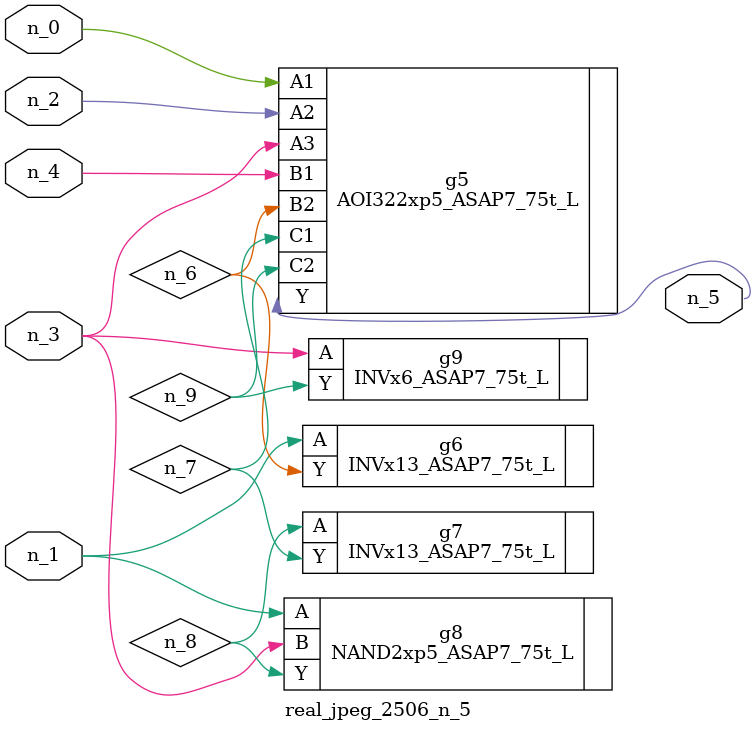
<source format=v>
module real_jpeg_2506_n_5 (n_4, n_0, n_1, n_2, n_3, n_5);

input n_4;
input n_0;
input n_1;
input n_2;
input n_3;

output n_5;

wire n_8;
wire n_6;
wire n_7;
wire n_9;

AOI322xp5_ASAP7_75t_L g5 ( 
.A1(n_0),
.A2(n_2),
.A3(n_3),
.B1(n_4),
.B2(n_6),
.C1(n_7),
.C2(n_9),
.Y(n_5)
);

INVx13_ASAP7_75t_L g6 ( 
.A(n_1),
.Y(n_6)
);

NAND2xp5_ASAP7_75t_L g8 ( 
.A(n_1),
.B(n_3),
.Y(n_8)
);

INVx6_ASAP7_75t_L g9 ( 
.A(n_3),
.Y(n_9)
);

INVx13_ASAP7_75t_L g7 ( 
.A(n_8),
.Y(n_7)
);


endmodule
</source>
